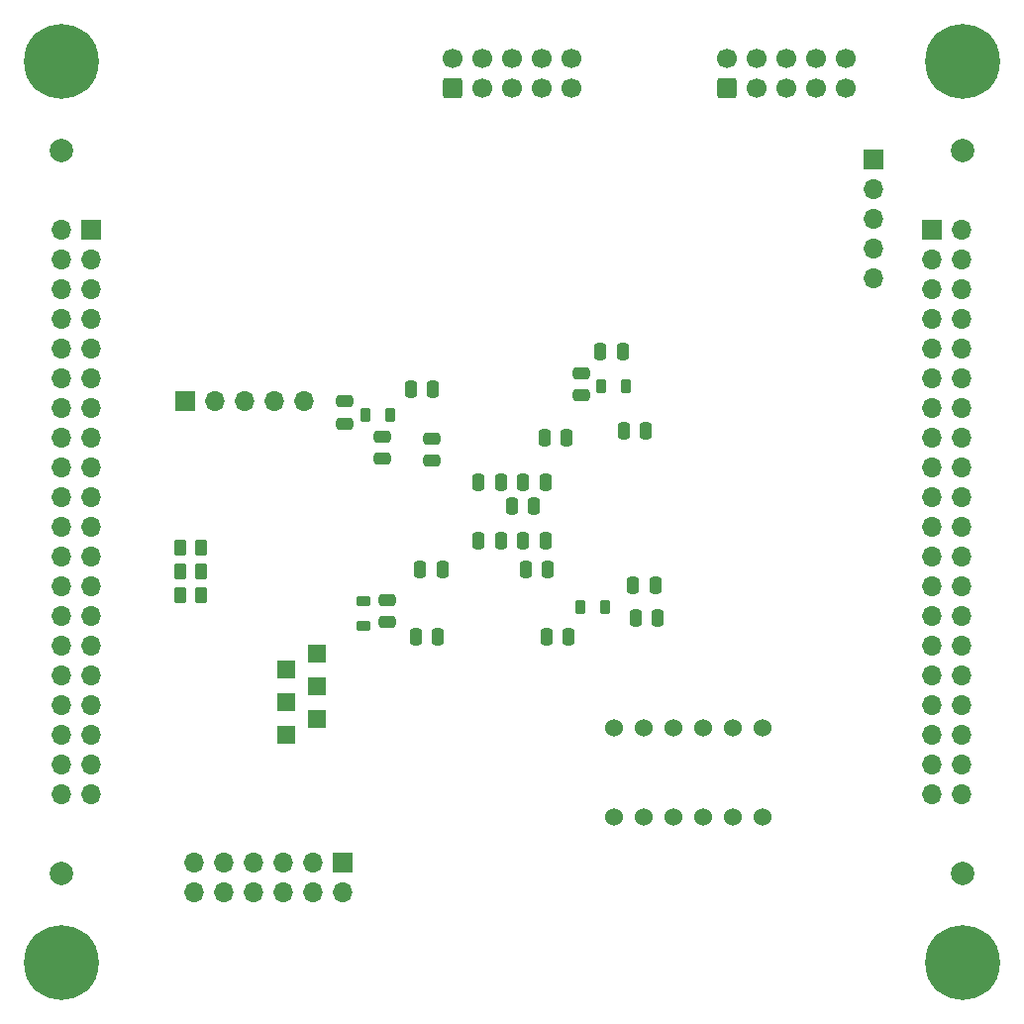
<source format=gbs>
%TF.GenerationSoftware,KiCad,Pcbnew,(6.0.5)*%
%TF.CreationDate,2025-04-13T13:17:39+02:00*%
%TF.ProjectId,LandShark,4c616e64-5368-4617-926b-2e6b69636164,rev?*%
%TF.SameCoordinates,Original*%
%TF.FileFunction,Soldermask,Bot*%
%TF.FilePolarity,Negative*%
%FSLAX46Y46*%
G04 Gerber Fmt 4.6, Leading zero omitted, Abs format (unit mm)*
G04 Created by KiCad (PCBNEW (6.0.5)) date 2025-04-13 13:17:39*
%MOMM*%
%LPD*%
G01*
G04 APERTURE LIST*
G04 Aperture macros list*
%AMRoundRect*
0 Rectangle with rounded corners*
0 $1 Rounding radius*
0 $2 $3 $4 $5 $6 $7 $8 $9 X,Y pos of 4 corners*
0 Add a 4 corners polygon primitive as box body*
4,1,4,$2,$3,$4,$5,$6,$7,$8,$9,$2,$3,0*
0 Add four circle primitives for the rounded corners*
1,1,$1+$1,$2,$3*
1,1,$1+$1,$4,$5*
1,1,$1+$1,$6,$7*
1,1,$1+$1,$8,$9*
0 Add four rect primitives between the rounded corners*
20,1,$1+$1,$2,$3,$4,$5,0*
20,1,$1+$1,$4,$5,$6,$7,0*
20,1,$1+$1,$6,$7,$8,$9,0*
20,1,$1+$1,$8,$9,$2,$3,0*%
G04 Aperture macros list end*
%ADD10C,2.000000*%
%ADD11R,1.700000X1.700000*%
%ADD12O,1.700000X1.700000*%
%ADD13RoundRect,0.250000X0.600000X-0.600000X0.600000X0.600000X-0.600000X0.600000X-0.600000X-0.600000X0*%
%ADD14C,1.700000*%
%ADD15C,6.400000*%
%ADD16C,1.524000*%
%ADD17RoundRect,0.250000X-0.475000X0.250000X-0.475000X-0.250000X0.475000X-0.250000X0.475000X0.250000X0*%
%ADD18R,1.500000X1.500000*%
%ADD19RoundRect,0.250000X0.250000X0.475000X-0.250000X0.475000X-0.250000X-0.475000X0.250000X-0.475000X0*%
%ADD20RoundRect,0.250000X-0.250000X-0.475000X0.250000X-0.475000X0.250000X0.475000X-0.250000X0.475000X0*%
%ADD21RoundRect,0.250000X0.475000X-0.250000X0.475000X0.250000X-0.475000X0.250000X-0.475000X-0.250000X0*%
%ADD22RoundRect,0.218750X-0.381250X0.218750X-0.381250X-0.218750X0.381250X-0.218750X0.381250X0.218750X0*%
%ADD23RoundRect,0.250000X-0.262500X-0.450000X0.262500X-0.450000X0.262500X0.450000X-0.262500X0.450000X0*%
%ADD24RoundRect,0.250000X0.262500X0.450000X-0.262500X0.450000X-0.262500X-0.450000X0.262500X-0.450000X0*%
%ADD25RoundRect,0.218750X0.218750X0.381250X-0.218750X0.381250X-0.218750X-0.381250X0.218750X-0.381250X0*%
%ADD26RoundRect,0.218750X-0.218750X-0.381250X0.218750X-0.381250X0.218750X0.381250X-0.218750X0.381250X0*%
G04 APERTURE END LIST*
D10*
%TO.C,TP2*%
X173000000Y-69600000D03*
%TD*%
D11*
%TO.C,J2*%
X170420000Y-76370000D03*
D12*
X172960000Y-76370000D03*
X170420000Y-78910000D03*
X172960000Y-78910000D03*
X170420000Y-81450000D03*
X172960000Y-81450000D03*
X170420000Y-83990000D03*
X172960000Y-83990000D03*
X170420000Y-86530000D03*
X172960000Y-86530000D03*
X170420000Y-89070000D03*
X172960000Y-89070000D03*
X170420000Y-91610000D03*
X172960000Y-91610000D03*
X170420000Y-94150000D03*
X172960000Y-94150000D03*
X170420000Y-96690000D03*
X172960000Y-96690000D03*
X170420000Y-99230000D03*
X172960000Y-99230000D03*
X170420000Y-101770000D03*
X172960000Y-101770000D03*
X170420000Y-104310000D03*
X172960000Y-104310000D03*
X170420000Y-106850000D03*
X172960000Y-106850000D03*
X170420000Y-109390000D03*
X172960000Y-109390000D03*
X170420000Y-111930000D03*
X172960000Y-111930000D03*
X170420000Y-114470000D03*
X172960000Y-114470000D03*
X170420000Y-117010000D03*
X172960000Y-117010000D03*
X170420000Y-119550000D03*
X172960000Y-119550000D03*
X170420000Y-122090000D03*
X172960000Y-122090000D03*
X170420000Y-124630000D03*
X172960000Y-124630000D03*
%TD*%
D10*
%TO.C,TP3*%
X96000000Y-131400000D03*
%TD*%
D13*
%TO.C,J4*%
X129420000Y-64300000D03*
D14*
X129420000Y-61760000D03*
X131960000Y-64300000D03*
X131960000Y-61760000D03*
X134500000Y-64300000D03*
X134500000Y-61760000D03*
X137040000Y-64300000D03*
X137040000Y-61760000D03*
X139580000Y-64300000D03*
X139580000Y-61760000D03*
%TD*%
D10*
%TO.C,TP1*%
X96000000Y-69600000D03*
%TD*%
D15*
%TO.C,H3*%
X96000000Y-139000000D03*
%TD*%
%TO.C,H4*%
X173000000Y-139000000D03*
%TD*%
%TO.C,H2*%
X173000000Y-62000000D03*
%TD*%
D11*
%TO.C,J6*%
X106525000Y-91000000D03*
D12*
X109065000Y-91000000D03*
X111605000Y-91000000D03*
X114145000Y-91000000D03*
X116685000Y-91000000D03*
%TD*%
D11*
%TO.C,J1*%
X98500000Y-76370000D03*
D12*
X95960000Y-76370000D03*
X98500000Y-78910000D03*
X95960000Y-78910000D03*
X98500000Y-81450000D03*
X95960000Y-81450000D03*
X98500000Y-83990000D03*
X95960000Y-83990000D03*
X98500000Y-86530000D03*
X95960000Y-86530000D03*
X98500000Y-89070000D03*
X95960000Y-89070000D03*
X98500000Y-91610000D03*
X95960000Y-91610000D03*
X98500000Y-94150000D03*
X95960000Y-94150000D03*
X98500000Y-96690000D03*
X95960000Y-96690000D03*
X98500000Y-99230000D03*
X95960000Y-99230000D03*
X98500000Y-101770000D03*
X95960000Y-101770000D03*
X98500000Y-104310000D03*
X95960000Y-104310000D03*
X98500000Y-106850000D03*
X95960000Y-106850000D03*
X98500000Y-109390000D03*
X95960000Y-109390000D03*
X98500000Y-111930000D03*
X95960000Y-111930000D03*
X98500000Y-114470000D03*
X95960000Y-114470000D03*
X98500000Y-117010000D03*
X95960000Y-117010000D03*
X98500000Y-119550000D03*
X95960000Y-119550000D03*
X98500000Y-122090000D03*
X95960000Y-122090000D03*
X98500000Y-124630000D03*
X95960000Y-124630000D03*
%TD*%
D10*
%TO.C,TP4*%
X173000000Y-131400000D03*
%TD*%
D15*
%TO.C,H1*%
X96000000Y-62000000D03*
%TD*%
D11*
%TO.C,J5*%
X120000000Y-130500000D03*
D12*
X117460000Y-130500000D03*
X114920000Y-130500000D03*
X112380000Y-130500000D03*
X109840000Y-130500000D03*
X107300000Y-130500000D03*
X120000000Y-133040000D03*
X117460000Y-133040000D03*
X114920000Y-133040000D03*
X112380000Y-133040000D03*
X109840000Y-133040000D03*
X107300000Y-133040000D03*
%TD*%
D13*
%TO.C,J3*%
X152900000Y-64300000D03*
D14*
X152900000Y-61760000D03*
X155440000Y-64300000D03*
X155440000Y-61760000D03*
X157980000Y-64300000D03*
X157980000Y-61760000D03*
X160520000Y-64300000D03*
X160520000Y-61760000D03*
X163060000Y-64300000D03*
X163060000Y-61760000D03*
%TD*%
D16*
%TO.C,U4*%
X143250000Y-126610000D03*
X145790000Y-126610000D03*
X148330000Y-126610000D03*
X150870000Y-126610000D03*
X153410000Y-126610000D03*
X155950000Y-126610000D03*
X155950000Y-118990000D03*
X153410000Y-118990000D03*
X150870000Y-118990000D03*
X148330000Y-118990000D03*
X145790000Y-118990000D03*
X143250000Y-118990000D03*
%TD*%
D11*
%TO.C,J7*%
X165400000Y-70380000D03*
D12*
X165400000Y-72920000D03*
X165400000Y-75460000D03*
X165400000Y-78000000D03*
X165400000Y-80540000D03*
%TD*%
D17*
%TO.C,C30*%
X127600000Y-94250000D03*
X127600000Y-96150000D03*
%TD*%
D18*
%TO.C,TP10*%
X115200000Y-119600000D03*
%TD*%
%TO.C,TP5*%
X117800000Y-118200000D03*
%TD*%
D19*
%TO.C,C21*%
X137350000Y-103000000D03*
X135450000Y-103000000D03*
%TD*%
D20*
%TO.C,C34*%
X144050000Y-93600000D03*
X145950000Y-93600000D03*
%TD*%
D17*
%TO.C,C33*%
X123800000Y-108050000D03*
X123800000Y-109950000D03*
%TD*%
D19*
%TO.C,C29*%
X127750000Y-90000000D03*
X125850000Y-90000000D03*
%TD*%
D21*
%TO.C,C32*%
X123400000Y-95950000D03*
X123400000Y-94050000D03*
%TD*%
D22*
%TO.C,L4*%
X121800000Y-108137500D03*
X121800000Y-110262500D03*
%TD*%
D20*
%TO.C,C23*%
X131650000Y-103000000D03*
X133550000Y-103000000D03*
%TD*%
D19*
%TO.C,C39*%
X128150000Y-111200000D03*
X126250000Y-111200000D03*
%TD*%
%TO.C,C35*%
X136350000Y-100000000D03*
X134450000Y-100000000D03*
%TD*%
%TO.C,C24*%
X139150000Y-94200000D03*
X137250000Y-94200000D03*
%TD*%
%TO.C,C25*%
X139350000Y-111200000D03*
X137450000Y-111200000D03*
%TD*%
D18*
%TO.C,TP8*%
X117800000Y-115400000D03*
%TD*%
D21*
%TO.C,C27*%
X140400000Y-90550000D03*
X140400000Y-88650000D03*
%TD*%
D23*
%TO.C,R29*%
X106087500Y-105600000D03*
X107912500Y-105600000D03*
%TD*%
D20*
%TO.C,C38*%
X145050000Y-109600000D03*
X146950000Y-109600000D03*
%TD*%
D24*
%TO.C,R31*%
X107912500Y-107600000D03*
X106087500Y-107600000D03*
%TD*%
D20*
%TO.C,C20*%
X131650000Y-98000000D03*
X133550000Y-98000000D03*
%TD*%
%TO.C,C31*%
X144850000Y-106800000D03*
X146750000Y-106800000D03*
%TD*%
D18*
%TO.C,TP6*%
X117800000Y-112600000D03*
%TD*%
D19*
%TO.C,C22*%
X137350000Y-98000000D03*
X135450000Y-98000000D03*
%TD*%
D25*
%TO.C,L2*%
X124062500Y-92200000D03*
X121937500Y-92200000D03*
%TD*%
D17*
%TO.C,C37*%
X120200000Y-91050000D03*
X120200000Y-92950000D03*
%TD*%
D18*
%TO.C,TP7*%
X115200000Y-114000000D03*
%TD*%
%TO.C,TP9*%
X115200000Y-116800000D03*
%TD*%
D19*
%TO.C,C26*%
X137550000Y-105400000D03*
X135650000Y-105400000D03*
%TD*%
%TO.C,C36*%
X143950000Y-86800000D03*
X142050000Y-86800000D03*
%TD*%
D26*
%TO.C,L3*%
X140337500Y-108600000D03*
X142462500Y-108600000D03*
%TD*%
D24*
%TO.C,R27*%
X107912500Y-103600000D03*
X106087500Y-103600000D03*
%TD*%
D26*
%TO.C,L1*%
X142137500Y-89800000D03*
X144262500Y-89800000D03*
%TD*%
D19*
%TO.C,C28*%
X128550000Y-105400000D03*
X126650000Y-105400000D03*
%TD*%
M02*

</source>
